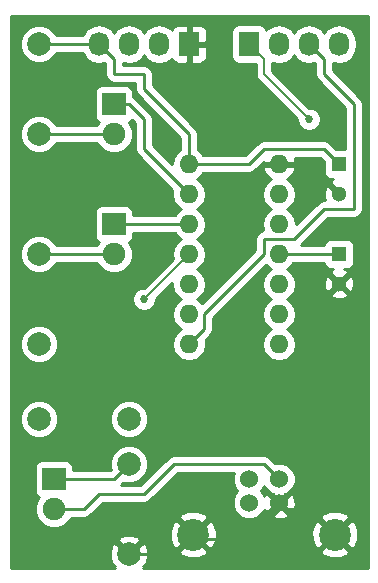
<source format=gbl>
G04 #@! TF.FileFunction,Copper,L2,Bot,Signal*
%FSLAX46Y46*%
G04 Gerber Fmt 4.6, Leading zero omitted, Abs format (unit mm)*
G04 Created by KiCad (PCBNEW 4.0.4+e1-6308~48~ubuntu16.04.1-stable) date Thu Oct 20 18:00:38 2016*
%MOMM*%
%LPD*%
G01*
G04 APERTURE LIST*
%ADD10C,0.100000*%
%ADD11R,1.300000X1.300000*%
%ADD12C,1.300000*%
%ADD13R,2.000000X1.900000*%
%ADD14C,1.900000*%
%ADD15C,1.524000*%
%ADD16C,2.700020*%
%ADD17R,1.727200X2.032000*%
%ADD18O,1.727200X2.032000*%
%ADD19O,1.600000X1.600000*%
%ADD20C,1.998980*%
%ADD21C,0.685800*%
%ADD22C,0.250000*%
%ADD23C,0.152400*%
%ADD24C,0.254000*%
G04 APERTURE END LIST*
D10*
D11*
X157480000Y-85090000D03*
D12*
X157480000Y-87590000D03*
D11*
X157480000Y-92710000D03*
D12*
X157480000Y-95210000D03*
D13*
X133350000Y-111760000D03*
D14*
X133350000Y-114300000D03*
D13*
X138430000Y-80010000D03*
D14*
X138430000Y-82550000D03*
D13*
X138430000Y-90170000D03*
D14*
X138430000Y-92710000D03*
D15*
X149860000Y-111760000D03*
X152400000Y-111760000D03*
X152400000Y-113758980D03*
X149860000Y-113758980D03*
D16*
X145130520Y-116459000D03*
X157129480Y-116459000D03*
D17*
X144780000Y-74930000D03*
D18*
X142240000Y-74930000D03*
X139700000Y-74930000D03*
X137160000Y-74930000D03*
D17*
X149860000Y-74930000D03*
D18*
X152400000Y-74930000D03*
X154940000Y-74930000D03*
X157480000Y-74930000D03*
D19*
X144780000Y-85090000D03*
X144780000Y-87630000D03*
X144780000Y-90170000D03*
X144780000Y-92710000D03*
X144780000Y-95250000D03*
X144780000Y-97790000D03*
X144780000Y-100330000D03*
X152400000Y-100330000D03*
X152400000Y-97790000D03*
X152400000Y-95250000D03*
X152400000Y-92710000D03*
X152400000Y-90170000D03*
X152400000Y-87630000D03*
X152400000Y-85090000D03*
D20*
X139700000Y-110490000D03*
X139700000Y-118110000D03*
X139700000Y-106680000D03*
X132080000Y-106680000D03*
X132080000Y-74930000D03*
X132080000Y-82550000D03*
X132080000Y-100330000D03*
X132080000Y-92710000D03*
D21*
X154940000Y-81280000D03*
X140970000Y-96520000D03*
D22*
X144780000Y-85090000D02*
X144780000Y-82550000D01*
X144780000Y-82550000D02*
X140970000Y-78740000D01*
X140970000Y-78740000D02*
X140970000Y-77470000D01*
X140970000Y-77470000D02*
X138430000Y-77470000D01*
X138430000Y-77470000D02*
X138430000Y-76200000D01*
X138430000Y-76200000D02*
X137160000Y-74930000D01*
X133350000Y-114300000D02*
X135890000Y-114300000D01*
X135890000Y-114300000D02*
X137160000Y-113030000D01*
X137160000Y-113030000D02*
X140970000Y-113030000D01*
X140970000Y-113030000D02*
X143510000Y-110490000D01*
X143510000Y-110490000D02*
X151130000Y-110490000D01*
X151130000Y-110490000D02*
X152400000Y-111760000D01*
X157480000Y-85090000D02*
X156210000Y-83820000D01*
X156210000Y-83820000D02*
X151130000Y-83820000D01*
X151130000Y-83820000D02*
X149860000Y-85090000D01*
X149860000Y-85090000D02*
X144780000Y-85090000D01*
X137160000Y-74930000D02*
X132080000Y-74930000D01*
X152400000Y-113758980D02*
X152400000Y-114300000D01*
X152400000Y-114300000D02*
X149860000Y-116840000D01*
X149860000Y-116840000D02*
X144780000Y-116840000D01*
X144780000Y-116840000D02*
X145130520Y-116459000D01*
X157480000Y-87590000D02*
X157480000Y-87630000D01*
X157480000Y-87630000D02*
X154940000Y-85090000D01*
X154940000Y-85090000D02*
X152400000Y-85090000D01*
X157129480Y-116459000D02*
X157480000Y-116840000D01*
X157480000Y-116840000D02*
X154940000Y-114300000D01*
X154940000Y-114300000D02*
X152400000Y-114300000D01*
X152400000Y-114300000D02*
X152400000Y-113758980D01*
X145130520Y-116459000D02*
X144780000Y-116840000D01*
X144780000Y-116840000D02*
X143510000Y-118110000D01*
X143510000Y-118110000D02*
X139700000Y-118110000D01*
X157480000Y-92710000D02*
X152400000Y-92710000D01*
X139700000Y-110490000D02*
X138430000Y-111760000D01*
X138430000Y-111760000D02*
X133350000Y-111760000D01*
X138430000Y-80010000D02*
X139700000Y-80010000D01*
X139700000Y-80010000D02*
X140970000Y-81280000D01*
X140970000Y-81280000D02*
X140970000Y-83820000D01*
X140970000Y-83820000D02*
X144780000Y-87630000D01*
X132080000Y-82550000D02*
X138430000Y-82550000D01*
X138430000Y-90170000D02*
X144780000Y-90170000D01*
X132080000Y-92710000D02*
X138430000Y-92710000D01*
D23*
X154940000Y-81280000D02*
X151130000Y-77470000D01*
X151130000Y-77470000D02*
X151130000Y-76200000D01*
X151130000Y-76200000D02*
X149860000Y-74930000D01*
D22*
X144780000Y-100330000D02*
X146050000Y-99060000D01*
X146050000Y-99060000D02*
X146050000Y-97790000D01*
X146050000Y-97790000D02*
X151130000Y-92710000D01*
X151130000Y-92710000D02*
X151130000Y-91440000D01*
X151130000Y-91440000D02*
X153670000Y-91440000D01*
X153670000Y-91440000D02*
X156210000Y-88900000D01*
X156210000Y-88900000D02*
X158750000Y-88900000D01*
X158750000Y-88900000D02*
X158750000Y-80010000D01*
X158750000Y-80010000D02*
X156210000Y-77470000D01*
X156210000Y-77470000D02*
X156210000Y-76200000D01*
X156210000Y-76200000D02*
X154940000Y-74930000D01*
D23*
X144780000Y-92710000D02*
X140970000Y-96520000D01*
D24*
G36*
X159893000Y-119253000D02*
X140910284Y-119253000D01*
X140966446Y-119196838D01*
X140852164Y-119082556D01*
X141118965Y-118983958D01*
X141345401Y-118374418D01*
X141326524Y-117864601D01*
X143904524Y-117864601D01*
X144045992Y-118167790D01*
X144782472Y-118452747D01*
X145571940Y-118434174D01*
X146215048Y-118167790D01*
X146356516Y-117864601D01*
X155903484Y-117864601D01*
X156044952Y-118167790D01*
X156781432Y-118452747D01*
X157570900Y-118434174D01*
X158214008Y-118167790D01*
X158355476Y-117864601D01*
X157129480Y-116638605D01*
X155903484Y-117864601D01*
X146356516Y-117864601D01*
X145130520Y-116638605D01*
X143904524Y-117864601D01*
X141326524Y-117864601D01*
X141321341Y-117724623D01*
X141118965Y-117236042D01*
X140852163Y-117137443D01*
X139879605Y-118110000D01*
X139893748Y-118124142D01*
X139714142Y-118303748D01*
X139700000Y-118289605D01*
X139685858Y-118303748D01*
X139506252Y-118124142D01*
X139520395Y-118110000D01*
X138547837Y-117137443D01*
X138281035Y-117236042D01*
X138054599Y-117845582D01*
X138078659Y-118495377D01*
X138281035Y-118983958D01*
X138547836Y-119082556D01*
X138433554Y-119196838D01*
X138489716Y-119253000D01*
X129667000Y-119253000D01*
X129667000Y-116957837D01*
X138727443Y-116957837D01*
X139700000Y-117930395D01*
X140672557Y-116957837D01*
X140573958Y-116691035D01*
X139964418Y-116464599D01*
X139314623Y-116488659D01*
X138826042Y-116691035D01*
X138727443Y-116957837D01*
X129667000Y-116957837D01*
X129667000Y-116110952D01*
X143136773Y-116110952D01*
X143155346Y-116900420D01*
X143421730Y-117543528D01*
X143724919Y-117684996D01*
X144950915Y-116459000D01*
X145310125Y-116459000D01*
X146536121Y-117684996D01*
X146839310Y-117543528D01*
X147124267Y-116807048D01*
X147107891Y-116110952D01*
X155135733Y-116110952D01*
X155154306Y-116900420D01*
X155420690Y-117543528D01*
X155723879Y-117684996D01*
X156949875Y-116459000D01*
X157309085Y-116459000D01*
X158535081Y-117684996D01*
X158838270Y-117543528D01*
X159123227Y-116807048D01*
X159104654Y-116017580D01*
X158838270Y-115374472D01*
X158535081Y-115233004D01*
X157309085Y-116459000D01*
X156949875Y-116459000D01*
X155723879Y-115233004D01*
X155420690Y-115374472D01*
X155135733Y-116110952D01*
X147107891Y-116110952D01*
X147105694Y-116017580D01*
X146839310Y-115374472D01*
X146536121Y-115233004D01*
X145310125Y-116459000D01*
X144950915Y-116459000D01*
X143724919Y-115233004D01*
X143421730Y-115374472D01*
X143136773Y-116110952D01*
X129667000Y-116110952D01*
X129667000Y-110810000D01*
X131702560Y-110810000D01*
X131702560Y-112710000D01*
X131746838Y-112945317D01*
X131885910Y-113161441D01*
X132098110Y-113306431D01*
X132101192Y-113307055D01*
X132007086Y-113400997D01*
X131765276Y-113983341D01*
X131764725Y-114613893D01*
X132005519Y-115196657D01*
X132450997Y-115642914D01*
X133033341Y-115884724D01*
X133663893Y-115885275D01*
X134246657Y-115644481D01*
X134692914Y-115199003D01*
X134750633Y-115060000D01*
X135890000Y-115060000D01*
X135923185Y-115053399D01*
X143904524Y-115053399D01*
X145130520Y-116279395D01*
X146356516Y-115053399D01*
X146215048Y-114750210D01*
X145478568Y-114465253D01*
X144689100Y-114483826D01*
X144045992Y-114750210D01*
X143904524Y-115053399D01*
X135923185Y-115053399D01*
X136180839Y-115002148D01*
X136427401Y-114837401D01*
X137474802Y-113790000D01*
X140970000Y-113790000D01*
X141260839Y-113732148D01*
X141507401Y-113567401D01*
X143824802Y-111250000D01*
X148559121Y-111250000D01*
X148463243Y-111480900D01*
X148462758Y-112036661D01*
X148674990Y-112550303D01*
X148883832Y-112759510D01*
X148676371Y-112966610D01*
X148463243Y-113479880D01*
X148462758Y-114035641D01*
X148674990Y-114549283D01*
X149067630Y-114942609D01*
X149580900Y-115155737D01*
X150136661Y-115156222D01*
X150650303Y-114943990D01*
X150855457Y-114739193D01*
X151599392Y-114739193D01*
X151668857Y-114981377D01*
X152192302Y-115168124D01*
X152747368Y-115140342D01*
X152957266Y-115053399D01*
X155903484Y-115053399D01*
X157129480Y-116279395D01*
X158355476Y-115053399D01*
X158214008Y-114750210D01*
X157477528Y-114465253D01*
X156688060Y-114483826D01*
X156044952Y-114750210D01*
X155903484Y-115053399D01*
X152957266Y-115053399D01*
X153131143Y-114981377D01*
X153200608Y-114739193D01*
X152400000Y-113938585D01*
X151599392Y-114739193D01*
X150855457Y-114739193D01*
X151043629Y-114551350D01*
X151123395Y-114359253D01*
X151177603Y-114490123D01*
X151419787Y-114559588D01*
X152220395Y-113758980D01*
X152579605Y-113758980D01*
X153380213Y-114559588D01*
X153622397Y-114490123D01*
X153809144Y-113966678D01*
X153781362Y-113411612D01*
X153622397Y-113027837D01*
X153380213Y-112958372D01*
X152579605Y-113758980D01*
X152220395Y-113758980D01*
X151419787Y-112958372D01*
X151177603Y-113027837D01*
X151127491Y-113168298D01*
X151045010Y-112968677D01*
X150836168Y-112759470D01*
X151043629Y-112552370D01*
X151129949Y-112344488D01*
X151214990Y-112550303D01*
X151607630Y-112943629D01*
X151875471Y-113054846D01*
X152400000Y-113579375D01*
X152924564Y-113054811D01*
X153190303Y-112945010D01*
X153583629Y-112552370D01*
X153796757Y-112039100D01*
X153797242Y-111483339D01*
X153585010Y-110969697D01*
X153192370Y-110576371D01*
X152679100Y-110363243D01*
X152123339Y-110362758D01*
X152090945Y-110376143D01*
X151667401Y-109952599D01*
X151420839Y-109787852D01*
X151130000Y-109730000D01*
X143510000Y-109730000D01*
X143267414Y-109778254D01*
X143219160Y-109787852D01*
X142972599Y-109952599D01*
X140655198Y-112270000D01*
X138994802Y-112270000D01*
X139208917Y-112055885D01*
X139373453Y-112124206D01*
X140023694Y-112124774D01*
X140624655Y-111876462D01*
X141084846Y-111417073D01*
X141334206Y-110816547D01*
X141334774Y-110166306D01*
X141086462Y-109565345D01*
X140627073Y-109105154D01*
X140026547Y-108855794D01*
X139376306Y-108855226D01*
X138775345Y-109103538D01*
X138315154Y-109562927D01*
X138065794Y-110163453D01*
X138065226Y-110813694D01*
X138134309Y-110980889D01*
X138115198Y-111000000D01*
X134997440Y-111000000D01*
X134997440Y-110810000D01*
X134953162Y-110574683D01*
X134814090Y-110358559D01*
X134601890Y-110213569D01*
X134350000Y-110162560D01*
X132350000Y-110162560D01*
X132114683Y-110206838D01*
X131898559Y-110345910D01*
X131753569Y-110558110D01*
X131702560Y-110810000D01*
X129667000Y-110810000D01*
X129667000Y-107003694D01*
X130445226Y-107003694D01*
X130693538Y-107604655D01*
X131152927Y-108064846D01*
X131753453Y-108314206D01*
X132403694Y-108314774D01*
X133004655Y-108066462D01*
X133464846Y-107607073D01*
X133714206Y-107006547D01*
X133714208Y-107003694D01*
X138065226Y-107003694D01*
X138313538Y-107604655D01*
X138772927Y-108064846D01*
X139373453Y-108314206D01*
X140023694Y-108314774D01*
X140624655Y-108066462D01*
X141084846Y-107607073D01*
X141334206Y-107006547D01*
X141334774Y-106356306D01*
X141086462Y-105755345D01*
X140627073Y-105295154D01*
X140026547Y-105045794D01*
X139376306Y-105045226D01*
X138775345Y-105293538D01*
X138315154Y-105752927D01*
X138065794Y-106353453D01*
X138065226Y-107003694D01*
X133714208Y-107003694D01*
X133714774Y-106356306D01*
X133466462Y-105755345D01*
X133007073Y-105295154D01*
X132406547Y-105045794D01*
X131756306Y-105045226D01*
X131155345Y-105293538D01*
X130695154Y-105752927D01*
X130445794Y-106353453D01*
X130445226Y-107003694D01*
X129667000Y-107003694D01*
X129667000Y-100653694D01*
X130445226Y-100653694D01*
X130693538Y-101254655D01*
X131152927Y-101714846D01*
X131753453Y-101964206D01*
X132403694Y-101964774D01*
X133004655Y-101716462D01*
X133464846Y-101257073D01*
X133714206Y-100656547D01*
X133714774Y-100006306D01*
X133466462Y-99405345D01*
X133007073Y-98945154D01*
X132406547Y-98695794D01*
X131756306Y-98695226D01*
X131155345Y-98943538D01*
X130695154Y-99402927D01*
X130445794Y-100003453D01*
X130445226Y-100653694D01*
X129667000Y-100653694D01*
X129667000Y-75253694D01*
X130445226Y-75253694D01*
X130693538Y-75854655D01*
X131152927Y-76314846D01*
X131753453Y-76564206D01*
X132403694Y-76564774D01*
X133004655Y-76316462D01*
X133464846Y-75857073D01*
X133534221Y-75690000D01*
X135776654Y-75690000D01*
X136100330Y-76174415D01*
X136586511Y-76499271D01*
X137160000Y-76613345D01*
X137667579Y-76512381D01*
X137670000Y-76514802D01*
X137670000Y-77470000D01*
X137727852Y-77760839D01*
X137892599Y-78007401D01*
X138139161Y-78172148D01*
X138430000Y-78230000D01*
X140210000Y-78230000D01*
X140210000Y-78740000D01*
X140267852Y-79030839D01*
X140432599Y-79277401D01*
X144020000Y-82864802D01*
X144020000Y-83886333D01*
X143737189Y-84075302D01*
X143426120Y-84540849D01*
X143316887Y-85090000D01*
X143317405Y-85092603D01*
X141730000Y-83505198D01*
X141730000Y-81280000D01*
X141672148Y-80989161D01*
X141672148Y-80989160D01*
X141507401Y-80742599D01*
X140237401Y-79472599D01*
X140077440Y-79365717D01*
X140077440Y-79060000D01*
X140033162Y-78824683D01*
X139894090Y-78608559D01*
X139681890Y-78463569D01*
X139430000Y-78412560D01*
X137430000Y-78412560D01*
X137194683Y-78456838D01*
X136978559Y-78595910D01*
X136833569Y-78808110D01*
X136782560Y-79060000D01*
X136782560Y-80960000D01*
X136826838Y-81195317D01*
X136965910Y-81411441D01*
X137178110Y-81556431D01*
X137181192Y-81557055D01*
X137087086Y-81650997D01*
X137029367Y-81790000D01*
X133534496Y-81790000D01*
X133466462Y-81625345D01*
X133007073Y-81165154D01*
X132406547Y-80915794D01*
X131756306Y-80915226D01*
X131155345Y-81163538D01*
X130695154Y-81622927D01*
X130445794Y-82223453D01*
X130445226Y-82873694D01*
X130693538Y-83474655D01*
X131152927Y-83934846D01*
X131753453Y-84184206D01*
X132403694Y-84184774D01*
X133004655Y-83936462D01*
X133464846Y-83477073D01*
X133534221Y-83310000D01*
X137029053Y-83310000D01*
X137085519Y-83446657D01*
X137530997Y-83892914D01*
X138113341Y-84134724D01*
X138743893Y-84135275D01*
X139326657Y-83894481D01*
X139772914Y-83449003D01*
X140014724Y-82866659D01*
X140015275Y-82236107D01*
X139774481Y-81653343D01*
X139676971Y-81555663D01*
X139881441Y-81424090D01*
X139945514Y-81330316D01*
X140210000Y-81594802D01*
X140210000Y-83820000D01*
X140267852Y-84110839D01*
X140432599Y-84357401D01*
X143381312Y-87306114D01*
X143316887Y-87630000D01*
X143426120Y-88179151D01*
X143737189Y-88644698D01*
X144119275Y-88900000D01*
X143737189Y-89155302D01*
X143567005Y-89410000D01*
X140077440Y-89410000D01*
X140077440Y-89220000D01*
X140033162Y-88984683D01*
X139894090Y-88768559D01*
X139681890Y-88623569D01*
X139430000Y-88572560D01*
X137430000Y-88572560D01*
X137194683Y-88616838D01*
X136978559Y-88755910D01*
X136833569Y-88968110D01*
X136782560Y-89220000D01*
X136782560Y-91120000D01*
X136826838Y-91355317D01*
X136965910Y-91571441D01*
X137178110Y-91716431D01*
X137181192Y-91717055D01*
X137087086Y-91810997D01*
X137029367Y-91950000D01*
X133534496Y-91950000D01*
X133466462Y-91785345D01*
X133007073Y-91325154D01*
X132406547Y-91075794D01*
X131756306Y-91075226D01*
X131155345Y-91323538D01*
X130695154Y-91782927D01*
X130445794Y-92383453D01*
X130445226Y-93033694D01*
X130693538Y-93634655D01*
X131152927Y-94094846D01*
X131753453Y-94344206D01*
X132403694Y-94344774D01*
X133004655Y-94096462D01*
X133464846Y-93637073D01*
X133534221Y-93470000D01*
X137029053Y-93470000D01*
X137085519Y-93606657D01*
X137530997Y-94052914D01*
X138113341Y-94294724D01*
X138743893Y-94295275D01*
X139326657Y-94054481D01*
X139772914Y-93609003D01*
X140014724Y-93026659D01*
X140015275Y-92396107D01*
X139774481Y-91813343D01*
X139676971Y-91715663D01*
X139881441Y-91584090D01*
X140026431Y-91371890D01*
X140077440Y-91120000D01*
X140077440Y-90930000D01*
X143567005Y-90930000D01*
X143737189Y-91184698D01*
X144119275Y-91440000D01*
X143737189Y-91695302D01*
X143426120Y-92160849D01*
X143316887Y-92710000D01*
X143392762Y-93091449D01*
X140942136Y-95542075D01*
X140776337Y-95541931D01*
X140416788Y-95690493D01*
X140141460Y-95965341D01*
X139992270Y-96324630D01*
X139991931Y-96713663D01*
X140140493Y-97073212D01*
X140415341Y-97348540D01*
X140774630Y-97497730D01*
X141163663Y-97498069D01*
X141523212Y-97349507D01*
X141798540Y-97074659D01*
X141947730Y-96715370D01*
X141947876Y-96547912D01*
X143334541Y-95161248D01*
X143316887Y-95250000D01*
X143426120Y-95799151D01*
X143737189Y-96264698D01*
X144119275Y-96520000D01*
X143737189Y-96775302D01*
X143426120Y-97240849D01*
X143316887Y-97790000D01*
X143426120Y-98339151D01*
X143737189Y-98804698D01*
X144119275Y-99060000D01*
X143737189Y-99315302D01*
X143426120Y-99780849D01*
X143316887Y-100330000D01*
X143426120Y-100879151D01*
X143737189Y-101344698D01*
X144202736Y-101655767D01*
X144751887Y-101765000D01*
X144808113Y-101765000D01*
X145357264Y-101655767D01*
X145822811Y-101344698D01*
X146133880Y-100879151D01*
X146243113Y-100330000D01*
X146178688Y-100006114D01*
X146587401Y-99597401D01*
X146752148Y-99350840D01*
X146810000Y-99060000D01*
X146810000Y-98104802D01*
X151290264Y-93624538D01*
X151357189Y-93724698D01*
X151739275Y-93980000D01*
X151357189Y-94235302D01*
X151046120Y-94700849D01*
X150936887Y-95250000D01*
X151046120Y-95799151D01*
X151357189Y-96264698D01*
X151739275Y-96520000D01*
X151357189Y-96775302D01*
X151046120Y-97240849D01*
X150936887Y-97790000D01*
X151046120Y-98339151D01*
X151357189Y-98804698D01*
X151739275Y-99060000D01*
X151357189Y-99315302D01*
X151046120Y-99780849D01*
X150936887Y-100330000D01*
X151046120Y-100879151D01*
X151357189Y-101344698D01*
X151822736Y-101655767D01*
X152371887Y-101765000D01*
X152428113Y-101765000D01*
X152977264Y-101655767D01*
X153442811Y-101344698D01*
X153753880Y-100879151D01*
X153863113Y-100330000D01*
X153753880Y-99780849D01*
X153442811Y-99315302D01*
X153060725Y-99060000D01*
X153442811Y-98804698D01*
X153753880Y-98339151D01*
X153863113Y-97790000D01*
X153753880Y-97240849D01*
X153442811Y-96775302D01*
X153060725Y-96520000D01*
X153442811Y-96264698D01*
X153546834Y-96109016D01*
X156760590Y-96109016D01*
X156816271Y-96339611D01*
X157299078Y-96507622D01*
X157809428Y-96478083D01*
X158143729Y-96339611D01*
X158199410Y-96109016D01*
X157480000Y-95389605D01*
X156760590Y-96109016D01*
X153546834Y-96109016D01*
X153753880Y-95799151D01*
X153863113Y-95250000D01*
X153819169Y-95029078D01*
X156182378Y-95029078D01*
X156211917Y-95539428D01*
X156350389Y-95873729D01*
X156580984Y-95929410D01*
X157300395Y-95210000D01*
X157659605Y-95210000D01*
X158379016Y-95929410D01*
X158609611Y-95873729D01*
X158777622Y-95390922D01*
X158748083Y-94880572D01*
X158609611Y-94546271D01*
X158379016Y-94490590D01*
X157659605Y-95210000D01*
X157300395Y-95210000D01*
X156580984Y-94490590D01*
X156350389Y-94546271D01*
X156182378Y-95029078D01*
X153819169Y-95029078D01*
X153753880Y-94700849D01*
X153442811Y-94235302D01*
X153060725Y-93980000D01*
X153442811Y-93724698D01*
X153612995Y-93470000D01*
X156203258Y-93470000D01*
X156226838Y-93595317D01*
X156365910Y-93811441D01*
X156578110Y-93956431D01*
X156830000Y-94007440D01*
X156992385Y-94007440D01*
X156816271Y-94080389D01*
X156760590Y-94310984D01*
X157480000Y-95030395D01*
X158199410Y-94310984D01*
X158143729Y-94080389D01*
X157934098Y-94007440D01*
X158130000Y-94007440D01*
X158365317Y-93963162D01*
X158581441Y-93824090D01*
X158726431Y-93611890D01*
X158777440Y-93360000D01*
X158777440Y-92060000D01*
X158733162Y-91824683D01*
X158594090Y-91608559D01*
X158381890Y-91463569D01*
X158130000Y-91412560D01*
X156830000Y-91412560D01*
X156594683Y-91456838D01*
X156378559Y-91595910D01*
X156233569Y-91808110D01*
X156204836Y-91950000D01*
X154234802Y-91950000D01*
X156524802Y-89660000D01*
X158750000Y-89660000D01*
X159040839Y-89602148D01*
X159287401Y-89437401D01*
X159452148Y-89190839D01*
X159510000Y-88900000D01*
X159510000Y-80010000D01*
X159452148Y-79719161D01*
X159452148Y-79719160D01*
X159287401Y-79472599D01*
X156970000Y-77155198D01*
X156970000Y-76511900D01*
X157480000Y-76613345D01*
X158053489Y-76499271D01*
X158539670Y-76174415D01*
X158864526Y-75688234D01*
X158978600Y-75114745D01*
X158978600Y-74745255D01*
X158864526Y-74171766D01*
X158539670Y-73685585D01*
X158053489Y-73360729D01*
X157480000Y-73246655D01*
X156906511Y-73360729D01*
X156420330Y-73685585D01*
X156210000Y-74000366D01*
X155999670Y-73685585D01*
X155513489Y-73360729D01*
X154940000Y-73246655D01*
X154366511Y-73360729D01*
X153880330Y-73685585D01*
X153670000Y-74000366D01*
X153459670Y-73685585D01*
X152973489Y-73360729D01*
X152400000Y-73246655D01*
X151826511Y-73360729D01*
X151340330Y-73685585D01*
X151330757Y-73699913D01*
X151326762Y-73678683D01*
X151187690Y-73462559D01*
X150975490Y-73317569D01*
X150723600Y-73266560D01*
X148996400Y-73266560D01*
X148761083Y-73310838D01*
X148544959Y-73449910D01*
X148399969Y-73662110D01*
X148348960Y-73914000D01*
X148348960Y-75946000D01*
X148393238Y-76181317D01*
X148532310Y-76397441D01*
X148744510Y-76542431D01*
X148996400Y-76593440D01*
X150418800Y-76593440D01*
X150418800Y-77470000D01*
X150472937Y-77742165D01*
X150627106Y-77972894D01*
X153962075Y-81307864D01*
X153961931Y-81473663D01*
X154110493Y-81833212D01*
X154385341Y-82108540D01*
X154744630Y-82257730D01*
X155133663Y-82258069D01*
X155493212Y-82109507D01*
X155768540Y-81834659D01*
X155917730Y-81475370D01*
X155918069Y-81086337D01*
X155769507Y-80726788D01*
X155494659Y-80451460D01*
X155135370Y-80302270D01*
X154967913Y-80302124D01*
X151841200Y-77175412D01*
X151841200Y-76502193D01*
X152400000Y-76613345D01*
X152973489Y-76499271D01*
X153459670Y-76174415D01*
X153670000Y-75859634D01*
X153880330Y-76174415D01*
X154366511Y-76499271D01*
X154940000Y-76613345D01*
X155447579Y-76512381D01*
X155450000Y-76514802D01*
X155450000Y-77470000D01*
X155507852Y-77760839D01*
X155672599Y-78007401D01*
X157990000Y-80324802D01*
X157990000Y-83792560D01*
X157257362Y-83792560D01*
X156747401Y-83282599D01*
X156500839Y-83117852D01*
X156210000Y-83060000D01*
X151130000Y-83060000D01*
X150839160Y-83117852D01*
X150592599Y-83282599D01*
X149545198Y-84330000D01*
X145992995Y-84330000D01*
X145822811Y-84075302D01*
X145540000Y-83886333D01*
X145540000Y-82550000D01*
X145482148Y-82259161D01*
X145317401Y-82012599D01*
X141730000Y-78425198D01*
X141730000Y-77470000D01*
X141672148Y-77179161D01*
X141507401Y-76932599D01*
X141260839Y-76767852D01*
X140970000Y-76710000D01*
X139190000Y-76710000D01*
X139190000Y-76511900D01*
X139700000Y-76613345D01*
X140273489Y-76499271D01*
X140759670Y-76174415D01*
X140970000Y-75859634D01*
X141180330Y-76174415D01*
X141666511Y-76499271D01*
X142240000Y-76613345D01*
X142813489Y-76499271D01*
X143299670Y-76174415D01*
X143314500Y-76152220D01*
X143378073Y-76305698D01*
X143556701Y-76484327D01*
X143790090Y-76581000D01*
X144494250Y-76581000D01*
X144653000Y-76422250D01*
X144653000Y-75057000D01*
X144907000Y-75057000D01*
X144907000Y-76422250D01*
X145065750Y-76581000D01*
X145769910Y-76581000D01*
X146003299Y-76484327D01*
X146181927Y-76305698D01*
X146278600Y-76072309D01*
X146278600Y-75215750D01*
X146119850Y-75057000D01*
X144907000Y-75057000D01*
X144653000Y-75057000D01*
X144633000Y-75057000D01*
X144633000Y-74803000D01*
X144653000Y-74803000D01*
X144653000Y-73437750D01*
X144907000Y-73437750D01*
X144907000Y-74803000D01*
X146119850Y-74803000D01*
X146278600Y-74644250D01*
X146278600Y-73787691D01*
X146181927Y-73554302D01*
X146003299Y-73375673D01*
X145769910Y-73279000D01*
X145065750Y-73279000D01*
X144907000Y-73437750D01*
X144653000Y-73437750D01*
X144494250Y-73279000D01*
X143790090Y-73279000D01*
X143556701Y-73375673D01*
X143378073Y-73554302D01*
X143314500Y-73707780D01*
X143299670Y-73685585D01*
X142813489Y-73360729D01*
X142240000Y-73246655D01*
X141666511Y-73360729D01*
X141180330Y-73685585D01*
X140970000Y-74000366D01*
X140759670Y-73685585D01*
X140273489Y-73360729D01*
X139700000Y-73246655D01*
X139126511Y-73360729D01*
X138640330Y-73685585D01*
X138430000Y-74000366D01*
X138219670Y-73685585D01*
X137733489Y-73360729D01*
X137160000Y-73246655D01*
X136586511Y-73360729D01*
X136100330Y-73685585D01*
X135776654Y-74170000D01*
X133534496Y-74170000D01*
X133466462Y-74005345D01*
X133007073Y-73545154D01*
X132406547Y-73295794D01*
X131756306Y-73295226D01*
X131155345Y-73543538D01*
X130695154Y-74002927D01*
X130445794Y-74603453D01*
X130445226Y-75253694D01*
X129667000Y-75253694D01*
X129667000Y-72517000D01*
X159893000Y-72517000D01*
X159893000Y-119253000D01*
X159893000Y-119253000D01*
G37*
X159893000Y-119253000D02*
X140910284Y-119253000D01*
X140966446Y-119196838D01*
X140852164Y-119082556D01*
X141118965Y-118983958D01*
X141345401Y-118374418D01*
X141326524Y-117864601D01*
X143904524Y-117864601D01*
X144045992Y-118167790D01*
X144782472Y-118452747D01*
X145571940Y-118434174D01*
X146215048Y-118167790D01*
X146356516Y-117864601D01*
X155903484Y-117864601D01*
X156044952Y-118167790D01*
X156781432Y-118452747D01*
X157570900Y-118434174D01*
X158214008Y-118167790D01*
X158355476Y-117864601D01*
X157129480Y-116638605D01*
X155903484Y-117864601D01*
X146356516Y-117864601D01*
X145130520Y-116638605D01*
X143904524Y-117864601D01*
X141326524Y-117864601D01*
X141321341Y-117724623D01*
X141118965Y-117236042D01*
X140852163Y-117137443D01*
X139879605Y-118110000D01*
X139893748Y-118124142D01*
X139714142Y-118303748D01*
X139700000Y-118289605D01*
X139685858Y-118303748D01*
X139506252Y-118124142D01*
X139520395Y-118110000D01*
X138547837Y-117137443D01*
X138281035Y-117236042D01*
X138054599Y-117845582D01*
X138078659Y-118495377D01*
X138281035Y-118983958D01*
X138547836Y-119082556D01*
X138433554Y-119196838D01*
X138489716Y-119253000D01*
X129667000Y-119253000D01*
X129667000Y-116957837D01*
X138727443Y-116957837D01*
X139700000Y-117930395D01*
X140672557Y-116957837D01*
X140573958Y-116691035D01*
X139964418Y-116464599D01*
X139314623Y-116488659D01*
X138826042Y-116691035D01*
X138727443Y-116957837D01*
X129667000Y-116957837D01*
X129667000Y-116110952D01*
X143136773Y-116110952D01*
X143155346Y-116900420D01*
X143421730Y-117543528D01*
X143724919Y-117684996D01*
X144950915Y-116459000D01*
X145310125Y-116459000D01*
X146536121Y-117684996D01*
X146839310Y-117543528D01*
X147124267Y-116807048D01*
X147107891Y-116110952D01*
X155135733Y-116110952D01*
X155154306Y-116900420D01*
X155420690Y-117543528D01*
X155723879Y-117684996D01*
X156949875Y-116459000D01*
X157309085Y-116459000D01*
X158535081Y-117684996D01*
X158838270Y-117543528D01*
X159123227Y-116807048D01*
X159104654Y-116017580D01*
X158838270Y-115374472D01*
X158535081Y-115233004D01*
X157309085Y-116459000D01*
X156949875Y-116459000D01*
X155723879Y-115233004D01*
X155420690Y-115374472D01*
X155135733Y-116110952D01*
X147107891Y-116110952D01*
X147105694Y-116017580D01*
X146839310Y-115374472D01*
X146536121Y-115233004D01*
X145310125Y-116459000D01*
X144950915Y-116459000D01*
X143724919Y-115233004D01*
X143421730Y-115374472D01*
X143136773Y-116110952D01*
X129667000Y-116110952D01*
X129667000Y-110810000D01*
X131702560Y-110810000D01*
X131702560Y-112710000D01*
X131746838Y-112945317D01*
X131885910Y-113161441D01*
X132098110Y-113306431D01*
X132101192Y-113307055D01*
X132007086Y-113400997D01*
X131765276Y-113983341D01*
X131764725Y-114613893D01*
X132005519Y-115196657D01*
X132450997Y-115642914D01*
X133033341Y-115884724D01*
X133663893Y-115885275D01*
X134246657Y-115644481D01*
X134692914Y-115199003D01*
X134750633Y-115060000D01*
X135890000Y-115060000D01*
X135923185Y-115053399D01*
X143904524Y-115053399D01*
X145130520Y-116279395D01*
X146356516Y-115053399D01*
X146215048Y-114750210D01*
X145478568Y-114465253D01*
X144689100Y-114483826D01*
X144045992Y-114750210D01*
X143904524Y-115053399D01*
X135923185Y-115053399D01*
X136180839Y-115002148D01*
X136427401Y-114837401D01*
X137474802Y-113790000D01*
X140970000Y-113790000D01*
X141260839Y-113732148D01*
X141507401Y-113567401D01*
X143824802Y-111250000D01*
X148559121Y-111250000D01*
X148463243Y-111480900D01*
X148462758Y-112036661D01*
X148674990Y-112550303D01*
X148883832Y-112759510D01*
X148676371Y-112966610D01*
X148463243Y-113479880D01*
X148462758Y-114035641D01*
X148674990Y-114549283D01*
X149067630Y-114942609D01*
X149580900Y-115155737D01*
X150136661Y-115156222D01*
X150650303Y-114943990D01*
X150855457Y-114739193D01*
X151599392Y-114739193D01*
X151668857Y-114981377D01*
X152192302Y-115168124D01*
X152747368Y-115140342D01*
X152957266Y-115053399D01*
X155903484Y-115053399D01*
X157129480Y-116279395D01*
X158355476Y-115053399D01*
X158214008Y-114750210D01*
X157477528Y-114465253D01*
X156688060Y-114483826D01*
X156044952Y-114750210D01*
X155903484Y-115053399D01*
X152957266Y-115053399D01*
X153131143Y-114981377D01*
X153200608Y-114739193D01*
X152400000Y-113938585D01*
X151599392Y-114739193D01*
X150855457Y-114739193D01*
X151043629Y-114551350D01*
X151123395Y-114359253D01*
X151177603Y-114490123D01*
X151419787Y-114559588D01*
X152220395Y-113758980D01*
X152579605Y-113758980D01*
X153380213Y-114559588D01*
X153622397Y-114490123D01*
X153809144Y-113966678D01*
X153781362Y-113411612D01*
X153622397Y-113027837D01*
X153380213Y-112958372D01*
X152579605Y-113758980D01*
X152220395Y-113758980D01*
X151419787Y-112958372D01*
X151177603Y-113027837D01*
X151127491Y-113168298D01*
X151045010Y-112968677D01*
X150836168Y-112759470D01*
X151043629Y-112552370D01*
X151129949Y-112344488D01*
X151214990Y-112550303D01*
X151607630Y-112943629D01*
X151875471Y-113054846D01*
X152400000Y-113579375D01*
X152924564Y-113054811D01*
X153190303Y-112945010D01*
X153583629Y-112552370D01*
X153796757Y-112039100D01*
X153797242Y-111483339D01*
X153585010Y-110969697D01*
X153192370Y-110576371D01*
X152679100Y-110363243D01*
X152123339Y-110362758D01*
X152090945Y-110376143D01*
X151667401Y-109952599D01*
X151420839Y-109787852D01*
X151130000Y-109730000D01*
X143510000Y-109730000D01*
X143267414Y-109778254D01*
X143219160Y-109787852D01*
X142972599Y-109952599D01*
X140655198Y-112270000D01*
X138994802Y-112270000D01*
X139208917Y-112055885D01*
X139373453Y-112124206D01*
X140023694Y-112124774D01*
X140624655Y-111876462D01*
X141084846Y-111417073D01*
X141334206Y-110816547D01*
X141334774Y-110166306D01*
X141086462Y-109565345D01*
X140627073Y-109105154D01*
X140026547Y-108855794D01*
X139376306Y-108855226D01*
X138775345Y-109103538D01*
X138315154Y-109562927D01*
X138065794Y-110163453D01*
X138065226Y-110813694D01*
X138134309Y-110980889D01*
X138115198Y-111000000D01*
X134997440Y-111000000D01*
X134997440Y-110810000D01*
X134953162Y-110574683D01*
X134814090Y-110358559D01*
X134601890Y-110213569D01*
X134350000Y-110162560D01*
X132350000Y-110162560D01*
X132114683Y-110206838D01*
X131898559Y-110345910D01*
X131753569Y-110558110D01*
X131702560Y-110810000D01*
X129667000Y-110810000D01*
X129667000Y-107003694D01*
X130445226Y-107003694D01*
X130693538Y-107604655D01*
X131152927Y-108064846D01*
X131753453Y-108314206D01*
X132403694Y-108314774D01*
X133004655Y-108066462D01*
X133464846Y-107607073D01*
X133714206Y-107006547D01*
X133714208Y-107003694D01*
X138065226Y-107003694D01*
X138313538Y-107604655D01*
X138772927Y-108064846D01*
X139373453Y-108314206D01*
X140023694Y-108314774D01*
X140624655Y-108066462D01*
X141084846Y-107607073D01*
X141334206Y-107006547D01*
X141334774Y-106356306D01*
X141086462Y-105755345D01*
X140627073Y-105295154D01*
X140026547Y-105045794D01*
X139376306Y-105045226D01*
X138775345Y-105293538D01*
X138315154Y-105752927D01*
X138065794Y-106353453D01*
X138065226Y-107003694D01*
X133714208Y-107003694D01*
X133714774Y-106356306D01*
X133466462Y-105755345D01*
X133007073Y-105295154D01*
X132406547Y-105045794D01*
X131756306Y-105045226D01*
X131155345Y-105293538D01*
X130695154Y-105752927D01*
X130445794Y-106353453D01*
X130445226Y-107003694D01*
X129667000Y-107003694D01*
X129667000Y-100653694D01*
X130445226Y-100653694D01*
X130693538Y-101254655D01*
X131152927Y-101714846D01*
X131753453Y-101964206D01*
X132403694Y-101964774D01*
X133004655Y-101716462D01*
X133464846Y-101257073D01*
X133714206Y-100656547D01*
X133714774Y-100006306D01*
X133466462Y-99405345D01*
X133007073Y-98945154D01*
X132406547Y-98695794D01*
X131756306Y-98695226D01*
X131155345Y-98943538D01*
X130695154Y-99402927D01*
X130445794Y-100003453D01*
X130445226Y-100653694D01*
X129667000Y-100653694D01*
X129667000Y-75253694D01*
X130445226Y-75253694D01*
X130693538Y-75854655D01*
X131152927Y-76314846D01*
X131753453Y-76564206D01*
X132403694Y-76564774D01*
X133004655Y-76316462D01*
X133464846Y-75857073D01*
X133534221Y-75690000D01*
X135776654Y-75690000D01*
X136100330Y-76174415D01*
X136586511Y-76499271D01*
X137160000Y-76613345D01*
X137667579Y-76512381D01*
X137670000Y-76514802D01*
X137670000Y-77470000D01*
X137727852Y-77760839D01*
X137892599Y-78007401D01*
X138139161Y-78172148D01*
X138430000Y-78230000D01*
X140210000Y-78230000D01*
X140210000Y-78740000D01*
X140267852Y-79030839D01*
X140432599Y-79277401D01*
X144020000Y-82864802D01*
X144020000Y-83886333D01*
X143737189Y-84075302D01*
X143426120Y-84540849D01*
X143316887Y-85090000D01*
X143317405Y-85092603D01*
X141730000Y-83505198D01*
X141730000Y-81280000D01*
X141672148Y-80989161D01*
X141672148Y-80989160D01*
X141507401Y-80742599D01*
X140237401Y-79472599D01*
X140077440Y-79365717D01*
X140077440Y-79060000D01*
X140033162Y-78824683D01*
X139894090Y-78608559D01*
X139681890Y-78463569D01*
X139430000Y-78412560D01*
X137430000Y-78412560D01*
X137194683Y-78456838D01*
X136978559Y-78595910D01*
X136833569Y-78808110D01*
X136782560Y-79060000D01*
X136782560Y-80960000D01*
X136826838Y-81195317D01*
X136965910Y-81411441D01*
X137178110Y-81556431D01*
X137181192Y-81557055D01*
X137087086Y-81650997D01*
X137029367Y-81790000D01*
X133534496Y-81790000D01*
X133466462Y-81625345D01*
X133007073Y-81165154D01*
X132406547Y-80915794D01*
X131756306Y-80915226D01*
X131155345Y-81163538D01*
X130695154Y-81622927D01*
X130445794Y-82223453D01*
X130445226Y-82873694D01*
X130693538Y-83474655D01*
X131152927Y-83934846D01*
X131753453Y-84184206D01*
X132403694Y-84184774D01*
X133004655Y-83936462D01*
X133464846Y-83477073D01*
X133534221Y-83310000D01*
X137029053Y-83310000D01*
X137085519Y-83446657D01*
X137530997Y-83892914D01*
X138113341Y-84134724D01*
X138743893Y-84135275D01*
X139326657Y-83894481D01*
X139772914Y-83449003D01*
X140014724Y-82866659D01*
X140015275Y-82236107D01*
X139774481Y-81653343D01*
X139676971Y-81555663D01*
X139881441Y-81424090D01*
X139945514Y-81330316D01*
X140210000Y-81594802D01*
X140210000Y-83820000D01*
X140267852Y-84110839D01*
X140432599Y-84357401D01*
X143381312Y-87306114D01*
X143316887Y-87630000D01*
X143426120Y-88179151D01*
X143737189Y-88644698D01*
X144119275Y-88900000D01*
X143737189Y-89155302D01*
X143567005Y-89410000D01*
X140077440Y-89410000D01*
X140077440Y-89220000D01*
X140033162Y-88984683D01*
X139894090Y-88768559D01*
X139681890Y-88623569D01*
X139430000Y-88572560D01*
X137430000Y-88572560D01*
X137194683Y-88616838D01*
X136978559Y-88755910D01*
X136833569Y-88968110D01*
X136782560Y-89220000D01*
X136782560Y-91120000D01*
X136826838Y-91355317D01*
X136965910Y-91571441D01*
X137178110Y-91716431D01*
X137181192Y-91717055D01*
X137087086Y-91810997D01*
X137029367Y-91950000D01*
X133534496Y-91950000D01*
X133466462Y-91785345D01*
X133007073Y-91325154D01*
X132406547Y-91075794D01*
X131756306Y-91075226D01*
X131155345Y-91323538D01*
X130695154Y-91782927D01*
X130445794Y-92383453D01*
X130445226Y-93033694D01*
X130693538Y-93634655D01*
X131152927Y-94094846D01*
X131753453Y-94344206D01*
X132403694Y-94344774D01*
X133004655Y-94096462D01*
X133464846Y-93637073D01*
X133534221Y-93470000D01*
X137029053Y-93470000D01*
X137085519Y-93606657D01*
X137530997Y-94052914D01*
X138113341Y-94294724D01*
X138743893Y-94295275D01*
X139326657Y-94054481D01*
X139772914Y-93609003D01*
X140014724Y-93026659D01*
X140015275Y-92396107D01*
X139774481Y-91813343D01*
X139676971Y-91715663D01*
X139881441Y-91584090D01*
X140026431Y-91371890D01*
X140077440Y-91120000D01*
X140077440Y-90930000D01*
X143567005Y-90930000D01*
X143737189Y-91184698D01*
X144119275Y-91440000D01*
X143737189Y-91695302D01*
X143426120Y-92160849D01*
X143316887Y-92710000D01*
X143392762Y-93091449D01*
X140942136Y-95542075D01*
X140776337Y-95541931D01*
X140416788Y-95690493D01*
X140141460Y-95965341D01*
X139992270Y-96324630D01*
X139991931Y-96713663D01*
X140140493Y-97073212D01*
X140415341Y-97348540D01*
X140774630Y-97497730D01*
X141163663Y-97498069D01*
X141523212Y-97349507D01*
X141798540Y-97074659D01*
X141947730Y-96715370D01*
X141947876Y-96547912D01*
X143334541Y-95161248D01*
X143316887Y-95250000D01*
X143426120Y-95799151D01*
X143737189Y-96264698D01*
X144119275Y-96520000D01*
X143737189Y-96775302D01*
X143426120Y-97240849D01*
X143316887Y-97790000D01*
X143426120Y-98339151D01*
X143737189Y-98804698D01*
X144119275Y-99060000D01*
X143737189Y-99315302D01*
X143426120Y-99780849D01*
X143316887Y-100330000D01*
X143426120Y-100879151D01*
X143737189Y-101344698D01*
X144202736Y-101655767D01*
X144751887Y-101765000D01*
X144808113Y-101765000D01*
X145357264Y-101655767D01*
X145822811Y-101344698D01*
X146133880Y-100879151D01*
X146243113Y-100330000D01*
X146178688Y-100006114D01*
X146587401Y-99597401D01*
X146752148Y-99350840D01*
X146810000Y-99060000D01*
X146810000Y-98104802D01*
X151290264Y-93624538D01*
X151357189Y-93724698D01*
X151739275Y-93980000D01*
X151357189Y-94235302D01*
X151046120Y-94700849D01*
X150936887Y-95250000D01*
X151046120Y-95799151D01*
X151357189Y-96264698D01*
X151739275Y-96520000D01*
X151357189Y-96775302D01*
X151046120Y-97240849D01*
X150936887Y-97790000D01*
X151046120Y-98339151D01*
X151357189Y-98804698D01*
X151739275Y-99060000D01*
X151357189Y-99315302D01*
X151046120Y-99780849D01*
X150936887Y-100330000D01*
X151046120Y-100879151D01*
X151357189Y-101344698D01*
X151822736Y-101655767D01*
X152371887Y-101765000D01*
X152428113Y-101765000D01*
X152977264Y-101655767D01*
X153442811Y-101344698D01*
X153753880Y-100879151D01*
X153863113Y-100330000D01*
X153753880Y-99780849D01*
X153442811Y-99315302D01*
X153060725Y-99060000D01*
X153442811Y-98804698D01*
X153753880Y-98339151D01*
X153863113Y-97790000D01*
X153753880Y-97240849D01*
X153442811Y-96775302D01*
X153060725Y-96520000D01*
X153442811Y-96264698D01*
X153546834Y-96109016D01*
X156760590Y-96109016D01*
X156816271Y-96339611D01*
X157299078Y-96507622D01*
X157809428Y-96478083D01*
X158143729Y-96339611D01*
X158199410Y-96109016D01*
X157480000Y-95389605D01*
X156760590Y-96109016D01*
X153546834Y-96109016D01*
X153753880Y-95799151D01*
X153863113Y-95250000D01*
X153819169Y-95029078D01*
X156182378Y-95029078D01*
X156211917Y-95539428D01*
X156350389Y-95873729D01*
X156580984Y-95929410D01*
X157300395Y-95210000D01*
X157659605Y-95210000D01*
X158379016Y-95929410D01*
X158609611Y-95873729D01*
X158777622Y-95390922D01*
X158748083Y-94880572D01*
X158609611Y-94546271D01*
X158379016Y-94490590D01*
X157659605Y-95210000D01*
X157300395Y-95210000D01*
X156580984Y-94490590D01*
X156350389Y-94546271D01*
X156182378Y-95029078D01*
X153819169Y-95029078D01*
X153753880Y-94700849D01*
X153442811Y-94235302D01*
X153060725Y-93980000D01*
X153442811Y-93724698D01*
X153612995Y-93470000D01*
X156203258Y-93470000D01*
X156226838Y-93595317D01*
X156365910Y-93811441D01*
X156578110Y-93956431D01*
X156830000Y-94007440D01*
X156992385Y-94007440D01*
X156816271Y-94080389D01*
X156760590Y-94310984D01*
X157480000Y-95030395D01*
X158199410Y-94310984D01*
X158143729Y-94080389D01*
X157934098Y-94007440D01*
X158130000Y-94007440D01*
X158365317Y-93963162D01*
X158581441Y-93824090D01*
X158726431Y-93611890D01*
X158777440Y-93360000D01*
X158777440Y-92060000D01*
X158733162Y-91824683D01*
X158594090Y-91608559D01*
X158381890Y-91463569D01*
X158130000Y-91412560D01*
X156830000Y-91412560D01*
X156594683Y-91456838D01*
X156378559Y-91595910D01*
X156233569Y-91808110D01*
X156204836Y-91950000D01*
X154234802Y-91950000D01*
X156524802Y-89660000D01*
X158750000Y-89660000D01*
X159040839Y-89602148D01*
X159287401Y-89437401D01*
X159452148Y-89190839D01*
X159510000Y-88900000D01*
X159510000Y-80010000D01*
X159452148Y-79719161D01*
X159452148Y-79719160D01*
X159287401Y-79472599D01*
X156970000Y-77155198D01*
X156970000Y-76511900D01*
X157480000Y-76613345D01*
X158053489Y-76499271D01*
X158539670Y-76174415D01*
X158864526Y-75688234D01*
X158978600Y-75114745D01*
X158978600Y-74745255D01*
X158864526Y-74171766D01*
X158539670Y-73685585D01*
X158053489Y-73360729D01*
X157480000Y-73246655D01*
X156906511Y-73360729D01*
X156420330Y-73685585D01*
X156210000Y-74000366D01*
X155999670Y-73685585D01*
X155513489Y-73360729D01*
X154940000Y-73246655D01*
X154366511Y-73360729D01*
X153880330Y-73685585D01*
X153670000Y-74000366D01*
X153459670Y-73685585D01*
X152973489Y-73360729D01*
X152400000Y-73246655D01*
X151826511Y-73360729D01*
X151340330Y-73685585D01*
X151330757Y-73699913D01*
X151326762Y-73678683D01*
X151187690Y-73462559D01*
X150975490Y-73317569D01*
X150723600Y-73266560D01*
X148996400Y-73266560D01*
X148761083Y-73310838D01*
X148544959Y-73449910D01*
X148399969Y-73662110D01*
X148348960Y-73914000D01*
X148348960Y-75946000D01*
X148393238Y-76181317D01*
X148532310Y-76397441D01*
X148744510Y-76542431D01*
X148996400Y-76593440D01*
X150418800Y-76593440D01*
X150418800Y-77470000D01*
X150472937Y-77742165D01*
X150627106Y-77972894D01*
X153962075Y-81307864D01*
X153961931Y-81473663D01*
X154110493Y-81833212D01*
X154385341Y-82108540D01*
X154744630Y-82257730D01*
X155133663Y-82258069D01*
X155493212Y-82109507D01*
X155768540Y-81834659D01*
X155917730Y-81475370D01*
X155918069Y-81086337D01*
X155769507Y-80726788D01*
X155494659Y-80451460D01*
X155135370Y-80302270D01*
X154967913Y-80302124D01*
X151841200Y-77175412D01*
X151841200Y-76502193D01*
X152400000Y-76613345D01*
X152973489Y-76499271D01*
X153459670Y-76174415D01*
X153670000Y-75859634D01*
X153880330Y-76174415D01*
X154366511Y-76499271D01*
X154940000Y-76613345D01*
X155447579Y-76512381D01*
X155450000Y-76514802D01*
X155450000Y-77470000D01*
X155507852Y-77760839D01*
X155672599Y-78007401D01*
X157990000Y-80324802D01*
X157990000Y-83792560D01*
X157257362Y-83792560D01*
X156747401Y-83282599D01*
X156500839Y-83117852D01*
X156210000Y-83060000D01*
X151130000Y-83060000D01*
X150839160Y-83117852D01*
X150592599Y-83282599D01*
X149545198Y-84330000D01*
X145992995Y-84330000D01*
X145822811Y-84075302D01*
X145540000Y-83886333D01*
X145540000Y-82550000D01*
X145482148Y-82259161D01*
X145317401Y-82012599D01*
X141730000Y-78425198D01*
X141730000Y-77470000D01*
X141672148Y-77179161D01*
X141507401Y-76932599D01*
X141260839Y-76767852D01*
X140970000Y-76710000D01*
X139190000Y-76710000D01*
X139190000Y-76511900D01*
X139700000Y-76613345D01*
X140273489Y-76499271D01*
X140759670Y-76174415D01*
X140970000Y-75859634D01*
X141180330Y-76174415D01*
X141666511Y-76499271D01*
X142240000Y-76613345D01*
X142813489Y-76499271D01*
X143299670Y-76174415D01*
X143314500Y-76152220D01*
X143378073Y-76305698D01*
X143556701Y-76484327D01*
X143790090Y-76581000D01*
X144494250Y-76581000D01*
X144653000Y-76422250D01*
X144653000Y-75057000D01*
X144907000Y-75057000D01*
X144907000Y-76422250D01*
X145065750Y-76581000D01*
X145769910Y-76581000D01*
X146003299Y-76484327D01*
X146181927Y-76305698D01*
X146278600Y-76072309D01*
X146278600Y-75215750D01*
X146119850Y-75057000D01*
X144907000Y-75057000D01*
X144653000Y-75057000D01*
X144633000Y-75057000D01*
X144633000Y-74803000D01*
X144653000Y-74803000D01*
X144653000Y-73437750D01*
X144907000Y-73437750D01*
X144907000Y-74803000D01*
X146119850Y-74803000D01*
X146278600Y-74644250D01*
X146278600Y-73787691D01*
X146181927Y-73554302D01*
X146003299Y-73375673D01*
X145769910Y-73279000D01*
X145065750Y-73279000D01*
X144907000Y-73437750D01*
X144653000Y-73437750D01*
X144494250Y-73279000D01*
X143790090Y-73279000D01*
X143556701Y-73375673D01*
X143378073Y-73554302D01*
X143314500Y-73707780D01*
X143299670Y-73685585D01*
X142813489Y-73360729D01*
X142240000Y-73246655D01*
X141666511Y-73360729D01*
X141180330Y-73685585D01*
X140970000Y-74000366D01*
X140759670Y-73685585D01*
X140273489Y-73360729D01*
X139700000Y-73246655D01*
X139126511Y-73360729D01*
X138640330Y-73685585D01*
X138430000Y-74000366D01*
X138219670Y-73685585D01*
X137733489Y-73360729D01*
X137160000Y-73246655D01*
X136586511Y-73360729D01*
X136100330Y-73685585D01*
X135776654Y-74170000D01*
X133534496Y-74170000D01*
X133466462Y-74005345D01*
X133007073Y-73545154D01*
X132406547Y-73295794D01*
X131756306Y-73295226D01*
X131155345Y-73543538D01*
X130695154Y-74002927D01*
X130445794Y-74603453D01*
X130445226Y-75253694D01*
X129667000Y-75253694D01*
X129667000Y-72517000D01*
X159893000Y-72517000D01*
X159893000Y-119253000D01*
G36*
X156182560Y-84867362D02*
X156182560Y-85740000D01*
X156226838Y-85975317D01*
X156365910Y-86191441D01*
X156578110Y-86336431D01*
X156830000Y-86387440D01*
X156992385Y-86387440D01*
X156816271Y-86460389D01*
X156760590Y-86690984D01*
X157480000Y-87410395D01*
X157494142Y-87396252D01*
X157673748Y-87575858D01*
X157659605Y-87590000D01*
X157673748Y-87604143D01*
X157494142Y-87783748D01*
X157480000Y-87769605D01*
X157465858Y-87783748D01*
X157286252Y-87604142D01*
X157300395Y-87590000D01*
X156580984Y-86870590D01*
X156350389Y-86926271D01*
X156182378Y-87409078D01*
X156211917Y-87919428D01*
X156303281Y-88140000D01*
X156210000Y-88140000D01*
X155967414Y-88188254D01*
X155919160Y-88197852D01*
X155672599Y-88362599D01*
X153862595Y-90172603D01*
X153863113Y-90170000D01*
X153753880Y-89620849D01*
X153442811Y-89155302D01*
X153060725Y-88900000D01*
X153442811Y-88644698D01*
X153753880Y-88179151D01*
X153863113Y-87630000D01*
X153753880Y-87080849D01*
X153442811Y-86615302D01*
X153038297Y-86345014D01*
X153255134Y-86242389D01*
X153631041Y-85827423D01*
X153791904Y-85439039D01*
X153669915Y-85217000D01*
X152527000Y-85217000D01*
X152527000Y-85237000D01*
X152273000Y-85237000D01*
X152273000Y-85217000D01*
X151130085Y-85217000D01*
X151008096Y-85439039D01*
X151168959Y-85827423D01*
X151544866Y-86242389D01*
X151761703Y-86345014D01*
X151357189Y-86615302D01*
X151046120Y-87080849D01*
X150936887Y-87630000D01*
X151046120Y-88179151D01*
X151357189Y-88644698D01*
X151739275Y-88900000D01*
X151357189Y-89155302D01*
X151046120Y-89620849D01*
X150936887Y-90170000D01*
X151041821Y-90697540D01*
X150839161Y-90737852D01*
X150592599Y-90902599D01*
X150427852Y-91149161D01*
X150370000Y-91440000D01*
X150370000Y-92395198D01*
X145889736Y-96875462D01*
X145822811Y-96775302D01*
X145440725Y-96520000D01*
X145822811Y-96264698D01*
X146133880Y-95799151D01*
X146243113Y-95250000D01*
X146133880Y-94700849D01*
X145822811Y-94235302D01*
X145440725Y-93980000D01*
X145822811Y-93724698D01*
X146133880Y-93259151D01*
X146243113Y-92710000D01*
X146133880Y-92160849D01*
X145822811Y-91695302D01*
X145440725Y-91440000D01*
X145822811Y-91184698D01*
X146133880Y-90719151D01*
X146243113Y-90170000D01*
X146133880Y-89620849D01*
X145822811Y-89155302D01*
X145440725Y-88900000D01*
X145822811Y-88644698D01*
X146133880Y-88179151D01*
X146243113Y-87630000D01*
X146133880Y-87080849D01*
X145822811Y-86615302D01*
X145440725Y-86360000D01*
X145822811Y-86104698D01*
X145992995Y-85850000D01*
X149860000Y-85850000D01*
X150150839Y-85792148D01*
X150397401Y-85627401D01*
X151105873Y-84918929D01*
X151130085Y-84963000D01*
X152273000Y-84963000D01*
X152273000Y-84943000D01*
X152527000Y-84943000D01*
X152527000Y-84963000D01*
X153669915Y-84963000D01*
X153791904Y-84740961D01*
X153725236Y-84580000D01*
X155895198Y-84580000D01*
X156182560Y-84867362D01*
X156182560Y-84867362D01*
G37*
X156182560Y-84867362D02*
X156182560Y-85740000D01*
X156226838Y-85975317D01*
X156365910Y-86191441D01*
X156578110Y-86336431D01*
X156830000Y-86387440D01*
X156992385Y-86387440D01*
X156816271Y-86460389D01*
X156760590Y-86690984D01*
X157480000Y-87410395D01*
X157494142Y-87396252D01*
X157673748Y-87575858D01*
X157659605Y-87590000D01*
X157673748Y-87604143D01*
X157494142Y-87783748D01*
X157480000Y-87769605D01*
X157465858Y-87783748D01*
X157286252Y-87604142D01*
X157300395Y-87590000D01*
X156580984Y-86870590D01*
X156350389Y-86926271D01*
X156182378Y-87409078D01*
X156211917Y-87919428D01*
X156303281Y-88140000D01*
X156210000Y-88140000D01*
X155967414Y-88188254D01*
X155919160Y-88197852D01*
X155672599Y-88362599D01*
X153862595Y-90172603D01*
X153863113Y-90170000D01*
X153753880Y-89620849D01*
X153442811Y-89155302D01*
X153060725Y-88900000D01*
X153442811Y-88644698D01*
X153753880Y-88179151D01*
X153863113Y-87630000D01*
X153753880Y-87080849D01*
X153442811Y-86615302D01*
X153038297Y-86345014D01*
X153255134Y-86242389D01*
X153631041Y-85827423D01*
X153791904Y-85439039D01*
X153669915Y-85217000D01*
X152527000Y-85217000D01*
X152527000Y-85237000D01*
X152273000Y-85237000D01*
X152273000Y-85217000D01*
X151130085Y-85217000D01*
X151008096Y-85439039D01*
X151168959Y-85827423D01*
X151544866Y-86242389D01*
X151761703Y-86345014D01*
X151357189Y-86615302D01*
X151046120Y-87080849D01*
X150936887Y-87630000D01*
X151046120Y-88179151D01*
X151357189Y-88644698D01*
X151739275Y-88900000D01*
X151357189Y-89155302D01*
X151046120Y-89620849D01*
X150936887Y-90170000D01*
X151041821Y-90697540D01*
X150839161Y-90737852D01*
X150592599Y-90902599D01*
X150427852Y-91149161D01*
X150370000Y-91440000D01*
X150370000Y-92395198D01*
X145889736Y-96875462D01*
X145822811Y-96775302D01*
X145440725Y-96520000D01*
X145822811Y-96264698D01*
X146133880Y-95799151D01*
X146243113Y-95250000D01*
X146133880Y-94700849D01*
X145822811Y-94235302D01*
X145440725Y-93980000D01*
X145822811Y-93724698D01*
X146133880Y-93259151D01*
X146243113Y-92710000D01*
X146133880Y-92160849D01*
X145822811Y-91695302D01*
X145440725Y-91440000D01*
X145822811Y-91184698D01*
X146133880Y-90719151D01*
X146243113Y-90170000D01*
X146133880Y-89620849D01*
X145822811Y-89155302D01*
X145440725Y-88900000D01*
X145822811Y-88644698D01*
X146133880Y-88179151D01*
X146243113Y-87630000D01*
X146133880Y-87080849D01*
X145822811Y-86615302D01*
X145440725Y-86360000D01*
X145822811Y-86104698D01*
X145992995Y-85850000D01*
X149860000Y-85850000D01*
X150150839Y-85792148D01*
X150397401Y-85627401D01*
X151105873Y-84918929D01*
X151130085Y-84963000D01*
X152273000Y-84963000D01*
X152273000Y-84943000D01*
X152527000Y-84943000D01*
X152527000Y-84963000D01*
X153669915Y-84963000D01*
X153791904Y-84740961D01*
X153725236Y-84580000D01*
X155895198Y-84580000D01*
X156182560Y-84867362D01*
M02*

</source>
